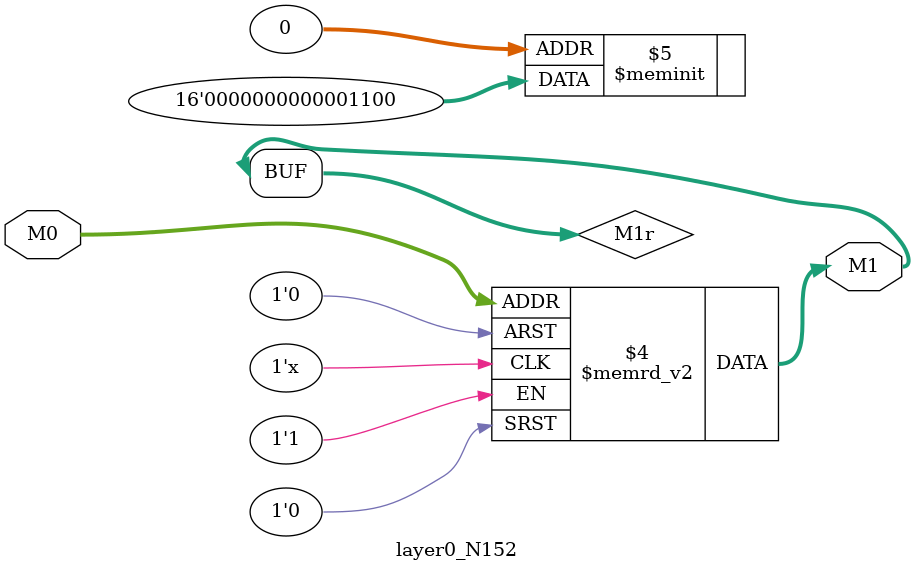
<source format=v>
module layer0_N152 ( input [2:0] M0, output [1:0] M1 );

	(*rom_style = "distributed" *) reg [1:0] M1r;
	assign M1 = M1r;
	always @ (M0) begin
		case (M0)
			3'b000: M1r = 2'b00;
			3'b100: M1r = 2'b00;
			3'b010: M1r = 2'b00;
			3'b110: M1r = 2'b00;
			3'b001: M1r = 2'b11;
			3'b101: M1r = 2'b00;
			3'b011: M1r = 2'b00;
			3'b111: M1r = 2'b00;

		endcase
	end
endmodule

</source>
